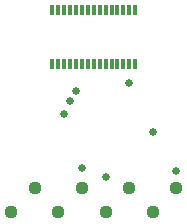
<source format=gbr>
G04 EAGLE Gerber RS-274X export*
G75*
%MOMM*%
%FSLAX34Y34*%
%LPD*%
%INSoldermask Top*%
%IPPOS*%
%AMOC8*
5,1,8,0,0,1.08239X$1,22.5*%
G01*
G04 Define Apertures*
%ADD10R,0.377000X0.927000*%
%ADD11C,1.127000*%
%ADD12C,0.681000*%
D10*
X50000Y195840D03*
X55000Y195840D03*
X60000Y195840D03*
X65000Y195840D03*
X70000Y195840D03*
X75000Y195840D03*
X80000Y195840D03*
X85000Y195840D03*
X90000Y195840D03*
X95000Y195840D03*
X100000Y195840D03*
X105000Y195840D03*
X110000Y195840D03*
X115000Y195840D03*
X120000Y195840D03*
X120000Y150340D03*
X115000Y150340D03*
X110000Y150340D03*
X105000Y150340D03*
X100000Y150340D03*
X95000Y150340D03*
X90000Y150340D03*
X85000Y150340D03*
X80000Y150340D03*
X75000Y150340D03*
X70000Y150340D03*
X65000Y150340D03*
X60000Y150340D03*
X55000Y150340D03*
X50000Y150340D03*
D11*
X15000Y25160D03*
X35000Y45160D03*
X55000Y25160D03*
X75000Y45160D03*
X95000Y25160D03*
X115000Y45160D03*
X135000Y25160D03*
X155000Y45160D03*
D12*
X75000Y62500D03*
X60000Y108000D03*
X95000Y55000D03*
X65056Y119092D03*
X135000Y92500D03*
X115000Y134000D03*
X155000Y60000D03*
X70056Y127500D03*
M02*

</source>
